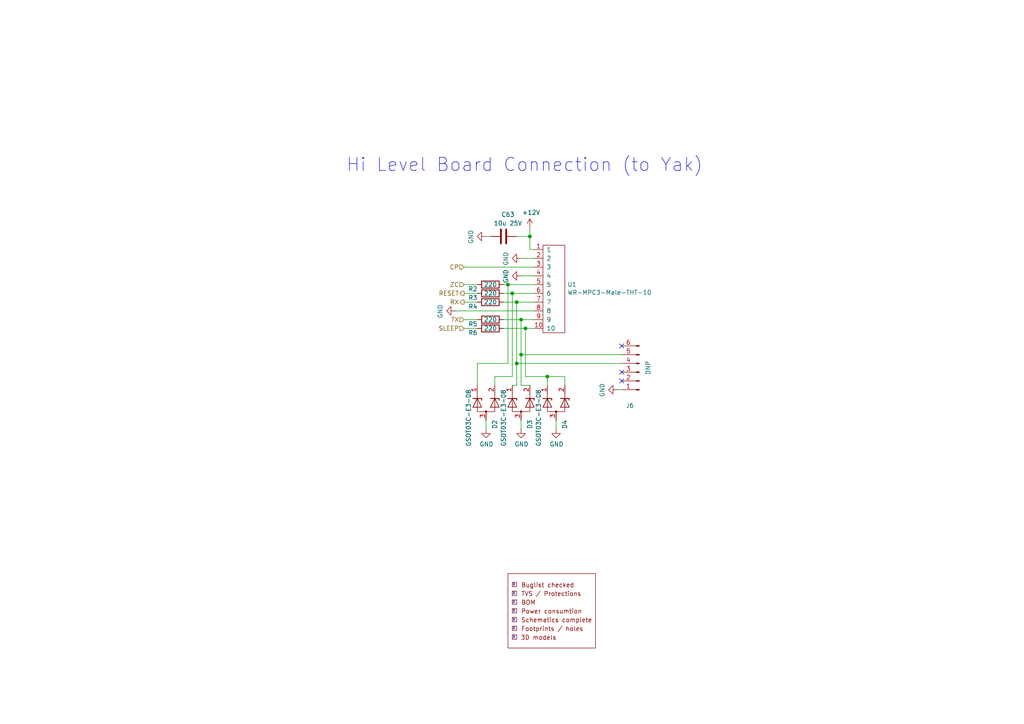
<source format=kicad_sch>
(kicad_sch (version 20211123) (generator eeschema)
  (paper "A4")
  (title_block (title "Yeti Board") (date "2021-05-14") (rev "02") (company "Pionix GmbH") (comment 1 "Cornelius Claussen"))
  (lib_symbols
    (symbol "Connector:Conn_01x06_Male" (pin_names (offset 1.016) hide)
      (property "Reference" "J" (at 0 7.62 0))
      (property "Value" "Conn_01x06_Male" (at 0 -10.16 0))
      (symbol "Conn_01x06_Male_1_1"
        (polyline (pts (xy 1.27 -7.62) (xy 0.8636 -7.62)) (stroke (width 0.1524)))
        (polyline (pts (xy 1.27 -5.08) (xy 0.8636 -5.08)) (stroke (width 0.1524)))
        (polyline (pts (xy 1.27 -2.54) (xy 0.8636 -2.54)) (stroke (width 0.1524)))
        (polyline (pts (xy 1.27 0) (xy 0.8636 0)) (stroke (width 0.1524)))
        (polyline (pts (xy 1.27 2.54) (xy 0.8636 2.54)) (stroke (width 0.1524)))
        (polyline (pts (xy 1.27 5.08) (xy 0.8636 5.08)) (stroke (width 0.1524)))
        (rectangle (start 0.8636 -7.493) (end 0 -7.747) (stroke (width 0.1524)) (fill (type outline)))
        (rectangle (start 0.8636 -4.953) (end 0 -5.207) (stroke (width 0.1524)) (fill (type outline)))
        (rectangle (start 0.8636 -2.413) (end 0 -2.667) (stroke (width 0.1524)) (fill (type outline)))
        (rectangle (start 0.8636 0.127) (end 0 -0.127) (stroke (width 0.1524)) (fill (type outline)))
        (rectangle (start 0.8636 2.667) (end 0 2.413) (stroke (width 0.1524)) (fill (type outline)))
        (rectangle (start 0.8636 5.207) (end 0 4.953) (stroke (width 0.1524)) (fill (type outline)))
        (pin passive line (at 5.08 5.08 180) (length 3.81) (name "Pin_1") (number "1"))
        (pin passive line (at 5.08 2.54 180) (length 3.81) (name "Pin_2") (number "2"))
        (pin passive line (at 5.08 0 180) (length 3.81) (name "Pin_3") (number "3"))
        (pin passive line (at 5.08 -2.54 180) (length 3.81) (name "Pin_4") (number "4"))
        (pin passive line (at 5.08 -5.08 180) (length 3.81) (name "Pin_5") (number "5"))
        (pin passive line (at 5.08 -7.62 180) (length 3.81) (name "Pin_6") (number "6"))
      )
    )
    (symbol "Device:C" (pin_numbers hide) (pin_names (offset 0.254))
      (property "Reference" "C" (at 0.635 2.54 0))
      (property "Value" "C" (at 0.635 -2.54 0))
      (symbol "C_0_1"
        (polyline (pts (xy -2.032 -0.762) (xy 2.032 -0.762)) (stroke (width 0.508)))
        (polyline (pts (xy -2.032 0.762) (xy 2.032 0.762)) (stroke (width 0.508)))
      )
      (symbol "C_1_1"
        (pin passive line (at 0 3.81 270) (length 2.794) (name "~") (number "1"))
        (pin passive line (at 0 -3.81 90) (length 2.794) (name "~") (number "2"))
      )
    )
    (symbol "Device:R" (pin_numbers hide) (pin_names (offset 0))
      (property "Reference" "R" (at 2.032 0 90))
      (property "Value" "R" (at 0 0 90))
      (symbol "R_0_1"
        (rectangle (start -1.016 -2.54) (end 1.016 2.54) (stroke (width 0.254)))
      )
      (symbol "R_1_1"
        (pin passive line (at 0 3.81 270) (length 1.27) (name "~") (number "1"))
        (pin passive line (at 0 -3.81 90) (length 1.27) (name "~") (number "2"))
      )
    )
    (symbol "Diode:2BZX84Cxx" (pin_names (offset 1.016) hide)
      (property "Reference" "D" (at 3.81 2.54 0))
      (property "Value" "2BZX84Cxx" (at 3.81 0 0))
      (symbol "2BZX84Cxx_0_1"
        (circle (center 0 -2.54) (radius 0.254) (fill (type outline)))
        (polyline (pts (xy -2.54 -1.27) (xy -2.54 2.54)))
        (polyline (pts (xy 2.54 -1.27) (xy 2.54 2.54)))
        (polyline (pts (xy -3.81 1.27) (xy -1.27 1.27) (xy -1.27 0.762)) (stroke (width 0.254)))
        (polyline (pts (xy 1.27 1.27) (xy 3.81 1.27) (xy 3.81 0.762)) (stroke (width 0.254)))
        (polyline (pts (xy -2.54 0) (xy -2.54 -2.54) (xy 2.54 -2.54) (xy 2.54 0)))
      )
      (symbol "2BZX84Cxx_1_1"
        (polyline (pts (xy -3.81 -1.27) (xy -1.27 -1.27) (xy -2.54 1.27) (xy -3.81 -1.27)) (stroke (width 0.2032)))
        (polyline (pts (xy 1.27 -1.27) (xy 3.81 -1.27) (xy 2.54 1.27) (xy 1.27 -1.27)) (stroke (width 0.2032)))
        (pin passive line (at -2.54 5.08 270) (length 2.54) (name "K") (number "1"))
        (pin passive line (at 2.54 5.08 270) (length 2.54) (name "K") (number "2"))
        (pin passive line (at 0 -5.08 90) (length 2.54) (name "A") (number "3"))
      )
    )
    (symbol "ev-devboard:CHECKLIST" (pin_numbers hide) (pin_names (offset 0) hide)
      (symbol "CHECKLIST_0_0"
        (rectangle (start -11.43 10.16) (end 13.97 -11.43))
        (rectangle (start -10.16 7.62) (end -8.89 6.35))
        (text "3D models" (at -2.54 -7.62 0) (effects (font (size 1.27 1.27)) (justify top)))
        (text "BOM" (at -7.62 2.54 0) (effects (font (size 1.27 1.27)) (justify left top)))
        (text "Buglist checked" (at -7.62 7.62 0) (effects (font (size 1.27 1.27)) (justify left top)))
        (text "Footprints / holes" (at -7.62 -5.08 0) (effects (font (size 1.27 1.27)) (justify left top)))
        (text "Power consumtion" (at -7.62 0 0) (effects (font (size 1.27 1.27)) (justify left top)))
        (text "Schematics complete" (at -7.62 -2.54 0) (effects (font (size 1.27 1.27)) (justify left top)))
        (text "TVS / Protections" (at -7.62 5.08 0) (effects (font (size 1.27 1.27)) (justify left top)))
      )
      (symbol "CHECKLIST_1_1"
        (rectangle (start -10.16 -7.62) (end -8.89 -8.89))
        (rectangle (start -10.16 -5.08) (end -8.89 -6.35))
        (rectangle (start -10.16 -2.54) (end -8.89 -3.81))
        (rectangle (start -10.16 0) (end -8.89 -1.27))
        (rectangle (start -10.16 2.54) (end -8.89 1.27))
        (rectangle (start -10.16 5.08) (end -8.89 3.81))
      )
    )
    (symbol "ev-devboard:WR-MPC3-Male-THT-10_Hybrid" (pin_names (offset 1.016))
      (property "Reference" "U" (at -1.27 22.86 0))
      (property "Value" "WR-MPC3-Male-THT-10_Hybrid" (at -1.27 25.4 0))
      (symbol "WR-MPC3-Male-THT-10_Hybrid_0_1"
        (rectangle (start -1.27 12.7) (end 5.08 -12.7))
      )
      (symbol "WR-MPC3-Male-THT-10_Hybrid_1_1"
        (pin passive line (at -3.81 11.43 0) (length 2.54) (name "1") (number "1"))
        (pin passive line (at -3.81 -11.43 0) (length 2.54) (name "10") (number "10"))
        (pin passive line (at -3.81 8.89 0) (length 2.54) (name "2") (number "2"))
        (pin passive line (at -3.81 6.35 0) (length 2.54) (name "3") (number "3"))
        (pin passive line (at -3.81 3.81 0) (length 2.54) (name "4") (number "4"))
        (pin passive line (at -3.81 1.27 0) (length 2.54) (name "5") (number "5"))
        (pin passive line (at -3.81 -1.27 0) (length 2.54) (name "6") (number "6"))
        (pin passive line (at -3.81 -3.81 0) (length 2.54) (name "7") (number "7"))
        (pin passive line (at -3.81 -6.35 0) (length 2.54) (name "8") (number "8"))
        (pin passive line (at -3.81 -8.89 0) (length 2.54) (name "9") (number "9"))
      )
    )
    (symbol "power:+12V" (power) (pin_names (offset 0))
      (property "Value" "+12V" (at 0 3.556 0))
      (symbol "+12V_0_1"
        (polyline (pts (xy -0.762 1.27) (xy 0 2.54)))
        (polyline (pts (xy 0 0) (xy 0 2.54)))
        (polyline (pts (xy 0 2.54) (xy 0.762 1.27)))
      )
      (symbol "+12V_1_1"
        (pin power_in line (at 0 0 90) (length 0) hide (name "+12V") (number "1"))
      )
    )
    (symbol "power:GND" (power) (pin_names (offset 0))
      (property "Value" "GND" (at 0 -3.81 0))
      (symbol "GND_0_1"
        (polyline (pts (xy 0 0) (xy 0 -1.27) (xy 1.27 -1.27) (xy 0 -2.54) (xy -1.27 -1.27) (xy 0 -1.27)))
      )
      (symbol "GND_1_1"
        (pin power_in line (at 0 0 270) (length 0) hide (name "GND") (number "1"))
      )
    )
  )
  (junction (at 151.13 102.87))
  (junction (at 148.59 85.09))
  (junction (at 152.4 95.25))
  (junction (at 149.86 105.41))
  (junction (at 153.67 68.58))
  (junction (at 147.32 82.55))
  (junction (at 149.86 87.63))
  (junction (at 158.75 109.22))
  (junction (at 151.13 92.71))
  (no_connect (at 180.34 100.33))
  (no_connect (at 180.34 110.49))
  (no_connect (at 180.34 107.95))
  (wire (pts (xy 149.86 87.63) (xy 149.86 105.41)))
  (wire (pts (xy 151.13 121.92) (xy 151.13 124.46)))
  (wire (pts (xy 149.86 68.58) (xy 153.67 68.58)))
  (wire (pts (xy 158.75 109.22) (xy 158.75 111.76)))
  (wire (pts (xy 146.05 85.09) (xy 148.59 85.09)))
  (wire (pts (xy 153.67 72.39) (xy 154.94 72.39)))
  (wire (pts (xy 147.32 82.55) (xy 154.94 82.55)))
  (wire (pts (xy 134.62 87.63) (xy 138.43 87.63)))
  (wire (pts (xy 151.13 74.93) (xy 154.94 74.93)))
  (wire (pts (xy 138.43 85.09) (xy 134.62 85.09)))
  (wire (pts (xy 143.51 109.22) (xy 143.51 111.76)))
  (wire (pts (xy 146.05 87.63) (xy 149.86 87.63)))
  (wire (pts (xy 138.43 95.25) (xy 134.62 95.25)))
  (wire (pts (xy 146.05 95.25) (xy 152.4 95.25)))
  (wire (pts (xy 132.08 90.17) (xy 154.94 90.17)))
  (wire (pts (xy 161.29 121.92) (xy 161.29 124.46)))
  (wire (pts (xy 149.86 105.41) (xy 180.34 105.41)))
  (wire (pts (xy 158.75 109.22) (xy 163.83 109.22)))
  (wire (pts (xy 149.86 87.63) (xy 154.94 87.63)))
  (wire (pts (xy 140.97 121.92) (xy 140.97 124.46)))
  (wire (pts (xy 147.32 82.55) (xy 147.32 105.41)))
  (wire (pts (xy 138.43 105.41) (xy 138.43 111.76)))
  (wire (pts (xy 152.4 109.22) (xy 158.75 109.22)))
  (wire (pts (xy 138.43 82.55) (xy 134.62 82.55)))
  (wire (pts (xy 151.13 92.71) (xy 151.13 102.87)))
  (wire (pts (xy 151.13 111.76) (xy 153.67 111.76)))
  (wire (pts (xy 179.07 113.03) (xy 180.34 113.03)))
  (wire (pts (xy 151.13 80.01) (xy 154.94 80.01)))
  (wire (pts (xy 149.86 111.76) (xy 148.59 111.76)))
  (wire (pts (xy 151.13 102.87) (xy 151.13 111.76)))
  (wire (pts (xy 154.94 77.47) (xy 134.62 77.47)))
  (wire (pts (xy 153.67 68.58) (xy 153.67 72.39)))
  (wire (pts (xy 148.59 85.09) (xy 148.59 109.22)))
  (wire (pts (xy 152.4 95.25) (xy 154.94 95.25)))
  (wire (pts (xy 142.24 68.58) (xy 140.97 68.58)))
  (wire (pts (xy 152.4 95.25) (xy 152.4 109.22)))
  (wire (pts (xy 148.59 85.09) (xy 154.94 85.09)))
  (wire (pts (xy 151.13 92.71) (xy 154.94 92.71)))
  (wire (pts (xy 149.86 105.41) (xy 149.86 111.76)))
  (wire (pts (xy 147.32 105.41) (xy 138.43 105.41)))
  (wire (pts (xy 151.13 102.87) (xy 180.34 102.87)))
  (wire (pts (xy 146.05 82.55) (xy 147.32 82.55)))
  (wire (pts (xy 163.83 109.22) (xy 163.83 111.76)))
  (wire (pts (xy 134.62 92.71) (xy 138.43 92.71)))
  (wire (pts (xy 153.67 66.04) (xy 153.67 68.58)))
  (wire (pts (xy 146.05 92.71) (xy 151.13 92.71)))
  (wire (pts (xy 148.59 109.22) (xy 143.51 109.22)))
  (text "X" (at 148.59 180.34 0) (effects (font (size 0.762 0.762)) (justify left bottom)))
  (text "Hi Level Board Connection (to Yak)" (at 100.33 50.165 0) (effects (font (size 3.81 3.81)) (justify left bottom)))
  (text "X" (at 148.59 177.8 0) (effects (font (size 0.762 0.762)) (justify left bottom)))
  (text "X" (at 148.59 175.26 0) (effects (font (size 0.762 0.762)) (justify left bottom)))
  (text "X" (at 148.59 172.72 0) (effects (font (size 0.762 0.762)) (justify left bottom)))
  (text "X" (at 148.59 170.18 0) (effects (font (size 0.762 0.762)) (justify left bottom)))
  (text "X" (at 148.59 182.88 0) (effects (font (size 0.762 0.762)) (justify left bottom)))
  (text "X" (at 148.59 185.42 0) (effects (font (size 0.762 0.762)) (justify left bottom)))
  (hierarchical_label "CP" (shape input) (at 134.62 77.47 180))
  (hierarchical_label "SLEEP" (shape input) (at 134.62 95.25 180))
  (hierarchical_label "RESET" (shape output) (at 134.62 85.09 180))
  (hierarchical_label "RX" (shape output) (at 134.62 87.63 180))
  (hierarchical_label "ZC" (shape input) (at 134.62 82.55 180))
  (hierarchical_label "TX" (shape input) (at 134.62 92.71 180))
  (symbol (lib_id "power:+12V") (at 153.67 66.04 0) (unit 1)
    (property "Reference" "#PWR0107" (effects hide))
    (property "Value" "+12V" (at 154.051 61.6458 0))
  )
  (symbol (lib_id "power:GND") (at 151.13 74.93 270) (unit 1)
    (property "Reference" "#PWR0110" (effects hide))
    (property "Value" "GND" (at 146.7358 75.057 0))
  )
  (symbol (lib_id "ev-devboard:WR-MPC3-Male-THT-10_Hybrid") (at 158.75 83.82 0) (unit 1)
    (property "Reference" "U1" (at 164.5412 82.5246 0) (effects (justify left)))
    (property "Value" "WR-MPC3-Male-THT-10" (at 164.5412 84.836 0) (effects (justify left)))
    (property "Footprint" "ev-devboard:66201021022_66201021122" (effects hide))
    (property "MPN" "66201021022_66201021122" (effects hide))
    (property "Manufacturer" "Wuerth" (effects hide))
  )
  (symbol (lib_id "power:GND") (at 151.13 80.01 270) (unit 1)
    (property "Reference" "#PWR05" (effects hide))
    (property "Value" "GND" (at 146.7358 80.137 0))
  )
  (symbol (lib_id "power:GND") (at 132.08 90.17 270) (unit 1)
    (property "Reference" "#PWR02" (effects hide))
    (property "Value" "GND" (at 127.6858 90.297 0))
  )
  (symbol (lib_id "Device:C") (at 146.05 68.58 270) (unit 1)
    (property "Reference" "C63" (at 147.32 62.23 90))
    (property "Value" "10u 25V" (at 147.32 64.77 90))
    (property "Footprint" "Capacitor_SMD:C_0603_1608Metric" (effects hide))
  )
  (symbol (lib_id "power:GND") (at 140.97 68.58 270) (unit 1)
    (property "Reference" "#PWR03" (effects hide))
    (property "Value" "GND" (at 136.5758 68.707 0))
  )
  (symbol (lib_id "Device:R") (at 142.24 95.25 270) (unit 1)
    (property "Reference" "R6" (at 137.16 96.52 90))
    (property "Value" "220" (at 142.24 95.25 90))
    (property "Footprint" "Resistor_SMD:R_0603_1608Metric" (effects hide))
  )
  (symbol (lib_id "Device:R") (at 142.24 92.71 270) (unit 1)
    (property "Reference" "R5" (at 137.16 93.98 90))
    (property "Value" "220" (at 142.24 92.71 90))
    (property "Footprint" "Resistor_SMD:R_0603_1608Metric" (effects hide))
  )
  (symbol (lib_id "Device:R") (at 142.24 87.63 270) (unit 1)
    (property "Reference" "R4" (at 137.16 88.9 90))
    (property "Value" "220" (at 142.24 87.63 90))
    (property "Footprint" "Resistor_SMD:R_0603_1608Metric" (effects hide))
  )
  (symbol (lib_id "Device:R") (at 142.24 85.09 270) (unit 1)
    (property "Reference" "R3" (at 137.16 86.36 90))
    (property "Value" "220" (at 142.24 85.09 90))
    (property "Footprint" "Resistor_SMD:R_0603_1608Metric" (effects hide))
  )
  (symbol (lib_id "Device:R") (at 142.24 82.55 270) (unit 1)
    (property "Reference" "R2" (at 137.16 83.82 90))
    (property "Value" "220" (at 142.24 82.55 90))
    (property "Footprint" "Resistor_SMD:R_0603_1608Metric" (effects hide))
  )
  (symbol (lib_id "Diode:2BZX84Cxx") (at 140.97 116.84 0) (unit 1)
    (property "Reference" "D2" (at 143.51 124.46 90) (effects (justify left)))
    (property "Value" "GSOT03C-E3-08" (at 135.89 129.54 90) (effects (justify left)))
    (property "Footprint" "Package_TO_SOT_SMD:SOT-23" (effects hide))
    (property "Datasheet" "https://diotec.com/tl_files/diotec/files/pdf/datasheets/bzx84c2v4.pdf" (effects hide))
    (property "Digikey" "GSOT03C-E3-08CT-ND" (effects hide))
  )
  (symbol (lib_id "power:GND") (at 140.97 124.46 0) (unit 1)
    (property "Reference" "#PWR04" (effects hide))
    (property "Value" "GND" (at 141.097 128.8542 0))
  )
  (symbol (lib_id "Diode:2BZX84Cxx") (at 151.13 116.84 0) (unit 1)
    (property "Reference" "D3" (at 153.67 124.46 90) (effects (justify left)))
    (property "Value" "GSOT03C-E3-08" (at 146.05 129.54 90) (effects (justify left)))
    (property "Footprint" "Package_TO_SOT_SMD:SOT-23" (effects hide))
    (property "Datasheet" "https://diotec.com/tl_files/diotec/files/pdf/datasheets/bzx84c2v4.pdf" (effects hide))
    (property "Digikey" "GSOT03C-E3-08CT-ND" (effects hide))
  )
  (symbol (lib_id "power:GND") (at 151.13 124.46 0) (unit 1)
    (property "Reference" "#PWR06" (effects hide))
    (property "Value" "GND" (at 151.257 128.8542 0))
  )
  (symbol (lib_id "Diode:2BZX84Cxx") (at 161.29 116.84 0) (unit 1)
    (property "Reference" "D4" (at 163.83 124.46 90) (effects (justify left)))
    (property "Value" "GSOT03C-E3-08" (at 156.21 129.54 90) (effects (justify left)))
    (property "Footprint" "Package_TO_SOT_SMD:SOT-23" (effects hide))
    (property "Datasheet" "https://diotec.com/tl_files/diotec/files/pdf/datasheets/bzx84c2v4.pdf" (effects hide))
    (property "Digikey" "GSOT03C-E3-08CT-ND" (effects hide))
  )
  (symbol (lib_id "power:GND") (at 161.29 124.46 0) (unit 1)
    (property "Reference" "#PWR07" (effects hide))
    (property "Value" "GND" (at 161.417 128.8542 0))
  )
  (symbol (lib_id "ev-devboard:CHECKLIST") (at 158.75 176.53 0) (unit 1)
    (property "Reference" "#NONE28" (effects hide))
    (property "Value" "CHECKLIST" (effects hide))
  )
  (symbol (lib_id "Connector:Conn_01x06_Male") (at 185.42 107.95 180) (unit 1)
    (property "Reference" "J6" (at 182.6768 117.6274 0))
    (property "Value" "DNP" (at 187.96 106.68 90))
    (property "Footprint" "Connector_PinHeader_2.54mm:PinHeader_1x06_P2.54mm_Vertical" (effects hide))
  )
  (symbol (lib_id "power:GND") (at 179.07 113.03 270) (unit 1)
    (property "Reference" "#PWR021" (effects hide))
    (property "Value" "GND" (at 174.6758 113.157 0))
  )
)
</source>
